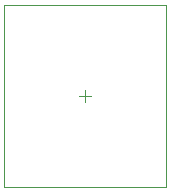
<source format=gbr>
%FSTAX23Y23*%
%MOIN*%
%SFA1B1*%

%IPPOS*%
%ADD144C,0.001968*%
%LNpcb_mechanical_3-1*%
%LPD*%
G54D144*
X05959Y00521D02*
Y01128D01*
X0542D02*
X05959D01*
X0542Y00521D02*
Y01128D01*
Y00521D02*
X05959D01*
X0569Y00805D02*
Y00844D01*
X0567Y00825D02*
X05709D01*
M02*
</source>
